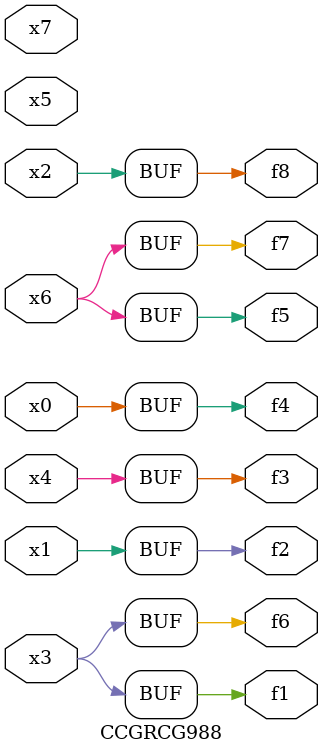
<source format=v>
module CCGRCG988(
	input x0, x1, x2, x3, x4, x5, x6, x7,
	output f1, f2, f3, f4, f5, f6, f7, f8
);
	assign f1 = x3;
	assign f2 = x1;
	assign f3 = x4;
	assign f4 = x0;
	assign f5 = x6;
	assign f6 = x3;
	assign f7 = x6;
	assign f8 = x2;
endmodule

</source>
